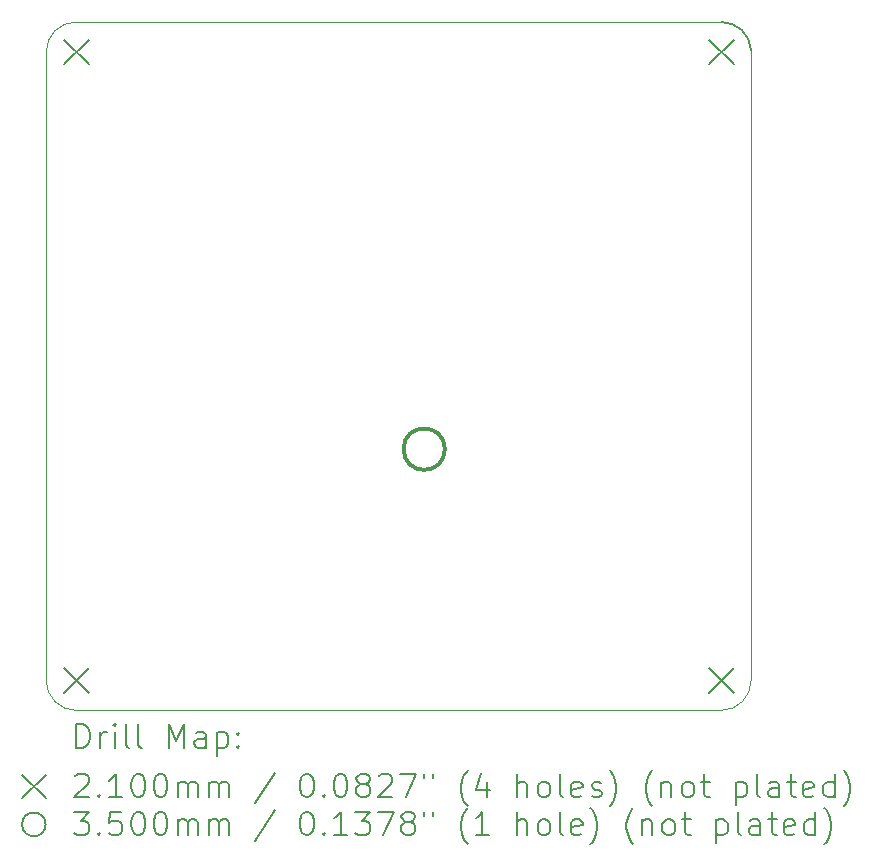
<source format=gbr>
%TF.GenerationSoftware,KiCad,Pcbnew,7.0.5-0*%
%TF.CreationDate,2024-02-27T14:03:08-05:00*%
%TF.ProjectId,LED Controller,4c454420-436f-46e7-9472-6f6c6c65722e,rev?*%
%TF.SameCoordinates,Original*%
%TF.FileFunction,Drillmap*%
%TF.FilePolarity,Positive*%
%FSLAX45Y45*%
G04 Gerber Fmt 4.5, Leading zero omitted, Abs format (unit mm)*
G04 Created by KiCad (PCBNEW 7.0.5-0) date 2024-02-27 14:03:08*
%MOMM*%
%LPD*%
G01*
G04 APERTURE LIST*
%ADD10C,0.200000*%
%ADD11C,0.100000*%
%ADD12C,0.210000*%
%ADD13C,0.350000*%
G04 APERTURE END LIST*
D10*
X18796000Y-5842000D02*
G75*
G03*
X18542000Y-5600383I-254000J-12700D01*
G01*
D11*
X18542000Y-11430000D02*
G75*
G03*
X18796000Y-11176000I0J254000D01*
G01*
X13081000Y-5600700D02*
X18542000Y-5600383D01*
X12827000Y-11176000D02*
X12827000Y-5854700D01*
X12827000Y-11176000D02*
G75*
G03*
X13081000Y-11430000I254000J0D01*
G01*
X18796000Y-5842000D02*
X18796000Y-11176000D01*
X13081000Y-5600700D02*
G75*
G03*
X12827000Y-5854700I0J-254000D01*
G01*
X18542000Y-11430000D02*
X13081000Y-11430000D01*
D10*
D12*
X12976000Y-5749700D02*
X13186000Y-5959700D01*
X13186000Y-5749700D02*
X12976000Y-5959700D01*
X12976000Y-11071000D02*
X13186000Y-11281000D01*
X13186000Y-11071000D02*
X12976000Y-11281000D01*
X18437000Y-5749700D02*
X18647000Y-5959700D01*
X18647000Y-5749700D02*
X18437000Y-5959700D01*
X18437000Y-11071000D02*
X18647000Y-11281000D01*
X18647000Y-11071000D02*
X18437000Y-11281000D01*
D13*
X16202400Y-9217900D02*
G75*
G03*
X16202400Y-9217900I-175000J0D01*
G01*
D10*
X13082777Y-11746484D02*
X13082777Y-11546484D01*
X13082777Y-11546484D02*
X13130396Y-11546484D01*
X13130396Y-11546484D02*
X13158967Y-11556008D01*
X13158967Y-11556008D02*
X13178015Y-11575055D01*
X13178015Y-11575055D02*
X13187539Y-11594103D01*
X13187539Y-11594103D02*
X13197062Y-11632198D01*
X13197062Y-11632198D02*
X13197062Y-11660769D01*
X13197062Y-11660769D02*
X13187539Y-11698865D01*
X13187539Y-11698865D02*
X13178015Y-11717912D01*
X13178015Y-11717912D02*
X13158967Y-11736960D01*
X13158967Y-11736960D02*
X13130396Y-11746484D01*
X13130396Y-11746484D02*
X13082777Y-11746484D01*
X13282777Y-11746484D02*
X13282777Y-11613150D01*
X13282777Y-11651246D02*
X13292301Y-11632198D01*
X13292301Y-11632198D02*
X13301824Y-11622674D01*
X13301824Y-11622674D02*
X13320872Y-11613150D01*
X13320872Y-11613150D02*
X13339920Y-11613150D01*
X13406586Y-11746484D02*
X13406586Y-11613150D01*
X13406586Y-11546484D02*
X13397062Y-11556008D01*
X13397062Y-11556008D02*
X13406586Y-11565531D01*
X13406586Y-11565531D02*
X13416110Y-11556008D01*
X13416110Y-11556008D02*
X13406586Y-11546484D01*
X13406586Y-11546484D02*
X13406586Y-11565531D01*
X13530396Y-11746484D02*
X13511348Y-11736960D01*
X13511348Y-11736960D02*
X13501824Y-11717912D01*
X13501824Y-11717912D02*
X13501824Y-11546484D01*
X13635158Y-11746484D02*
X13616110Y-11736960D01*
X13616110Y-11736960D02*
X13606586Y-11717912D01*
X13606586Y-11717912D02*
X13606586Y-11546484D01*
X13863729Y-11746484D02*
X13863729Y-11546484D01*
X13863729Y-11546484D02*
X13930396Y-11689341D01*
X13930396Y-11689341D02*
X13997062Y-11546484D01*
X13997062Y-11546484D02*
X13997062Y-11746484D01*
X14178015Y-11746484D02*
X14178015Y-11641722D01*
X14178015Y-11641722D02*
X14168491Y-11622674D01*
X14168491Y-11622674D02*
X14149443Y-11613150D01*
X14149443Y-11613150D02*
X14111348Y-11613150D01*
X14111348Y-11613150D02*
X14092301Y-11622674D01*
X14178015Y-11736960D02*
X14158967Y-11746484D01*
X14158967Y-11746484D02*
X14111348Y-11746484D01*
X14111348Y-11746484D02*
X14092301Y-11736960D01*
X14092301Y-11736960D02*
X14082777Y-11717912D01*
X14082777Y-11717912D02*
X14082777Y-11698865D01*
X14082777Y-11698865D02*
X14092301Y-11679817D01*
X14092301Y-11679817D02*
X14111348Y-11670293D01*
X14111348Y-11670293D02*
X14158967Y-11670293D01*
X14158967Y-11670293D02*
X14178015Y-11660769D01*
X14273253Y-11613150D02*
X14273253Y-11813150D01*
X14273253Y-11622674D02*
X14292301Y-11613150D01*
X14292301Y-11613150D02*
X14330396Y-11613150D01*
X14330396Y-11613150D02*
X14349443Y-11622674D01*
X14349443Y-11622674D02*
X14358967Y-11632198D01*
X14358967Y-11632198D02*
X14368491Y-11651246D01*
X14368491Y-11651246D02*
X14368491Y-11708388D01*
X14368491Y-11708388D02*
X14358967Y-11727436D01*
X14358967Y-11727436D02*
X14349443Y-11736960D01*
X14349443Y-11736960D02*
X14330396Y-11746484D01*
X14330396Y-11746484D02*
X14292301Y-11746484D01*
X14292301Y-11746484D02*
X14273253Y-11736960D01*
X14454205Y-11727436D02*
X14463729Y-11736960D01*
X14463729Y-11736960D02*
X14454205Y-11746484D01*
X14454205Y-11746484D02*
X14444682Y-11736960D01*
X14444682Y-11736960D02*
X14454205Y-11727436D01*
X14454205Y-11727436D02*
X14454205Y-11746484D01*
X14454205Y-11622674D02*
X14463729Y-11632198D01*
X14463729Y-11632198D02*
X14454205Y-11641722D01*
X14454205Y-11641722D02*
X14444682Y-11632198D01*
X14444682Y-11632198D02*
X14454205Y-11622674D01*
X14454205Y-11622674D02*
X14454205Y-11641722D01*
X12622000Y-11975000D02*
X12822000Y-12175000D01*
X12822000Y-11975000D02*
X12622000Y-12175000D01*
X13073253Y-11985531D02*
X13082777Y-11976008D01*
X13082777Y-11976008D02*
X13101824Y-11966484D01*
X13101824Y-11966484D02*
X13149443Y-11966484D01*
X13149443Y-11966484D02*
X13168491Y-11976008D01*
X13168491Y-11976008D02*
X13178015Y-11985531D01*
X13178015Y-11985531D02*
X13187539Y-12004579D01*
X13187539Y-12004579D02*
X13187539Y-12023627D01*
X13187539Y-12023627D02*
X13178015Y-12052198D01*
X13178015Y-12052198D02*
X13063729Y-12166484D01*
X13063729Y-12166484D02*
X13187539Y-12166484D01*
X13273253Y-12147436D02*
X13282777Y-12156960D01*
X13282777Y-12156960D02*
X13273253Y-12166484D01*
X13273253Y-12166484D02*
X13263729Y-12156960D01*
X13263729Y-12156960D02*
X13273253Y-12147436D01*
X13273253Y-12147436D02*
X13273253Y-12166484D01*
X13473253Y-12166484D02*
X13358967Y-12166484D01*
X13416110Y-12166484D02*
X13416110Y-11966484D01*
X13416110Y-11966484D02*
X13397062Y-11995055D01*
X13397062Y-11995055D02*
X13378015Y-12014103D01*
X13378015Y-12014103D02*
X13358967Y-12023627D01*
X13597062Y-11966484D02*
X13616110Y-11966484D01*
X13616110Y-11966484D02*
X13635158Y-11976008D01*
X13635158Y-11976008D02*
X13644682Y-11985531D01*
X13644682Y-11985531D02*
X13654205Y-12004579D01*
X13654205Y-12004579D02*
X13663729Y-12042674D01*
X13663729Y-12042674D02*
X13663729Y-12090293D01*
X13663729Y-12090293D02*
X13654205Y-12128388D01*
X13654205Y-12128388D02*
X13644682Y-12147436D01*
X13644682Y-12147436D02*
X13635158Y-12156960D01*
X13635158Y-12156960D02*
X13616110Y-12166484D01*
X13616110Y-12166484D02*
X13597062Y-12166484D01*
X13597062Y-12166484D02*
X13578015Y-12156960D01*
X13578015Y-12156960D02*
X13568491Y-12147436D01*
X13568491Y-12147436D02*
X13558967Y-12128388D01*
X13558967Y-12128388D02*
X13549443Y-12090293D01*
X13549443Y-12090293D02*
X13549443Y-12042674D01*
X13549443Y-12042674D02*
X13558967Y-12004579D01*
X13558967Y-12004579D02*
X13568491Y-11985531D01*
X13568491Y-11985531D02*
X13578015Y-11976008D01*
X13578015Y-11976008D02*
X13597062Y-11966484D01*
X13787539Y-11966484D02*
X13806586Y-11966484D01*
X13806586Y-11966484D02*
X13825634Y-11976008D01*
X13825634Y-11976008D02*
X13835158Y-11985531D01*
X13835158Y-11985531D02*
X13844682Y-12004579D01*
X13844682Y-12004579D02*
X13854205Y-12042674D01*
X13854205Y-12042674D02*
X13854205Y-12090293D01*
X13854205Y-12090293D02*
X13844682Y-12128388D01*
X13844682Y-12128388D02*
X13835158Y-12147436D01*
X13835158Y-12147436D02*
X13825634Y-12156960D01*
X13825634Y-12156960D02*
X13806586Y-12166484D01*
X13806586Y-12166484D02*
X13787539Y-12166484D01*
X13787539Y-12166484D02*
X13768491Y-12156960D01*
X13768491Y-12156960D02*
X13758967Y-12147436D01*
X13758967Y-12147436D02*
X13749443Y-12128388D01*
X13749443Y-12128388D02*
X13739920Y-12090293D01*
X13739920Y-12090293D02*
X13739920Y-12042674D01*
X13739920Y-12042674D02*
X13749443Y-12004579D01*
X13749443Y-12004579D02*
X13758967Y-11985531D01*
X13758967Y-11985531D02*
X13768491Y-11976008D01*
X13768491Y-11976008D02*
X13787539Y-11966484D01*
X13939920Y-12166484D02*
X13939920Y-12033150D01*
X13939920Y-12052198D02*
X13949443Y-12042674D01*
X13949443Y-12042674D02*
X13968491Y-12033150D01*
X13968491Y-12033150D02*
X13997063Y-12033150D01*
X13997063Y-12033150D02*
X14016110Y-12042674D01*
X14016110Y-12042674D02*
X14025634Y-12061722D01*
X14025634Y-12061722D02*
X14025634Y-12166484D01*
X14025634Y-12061722D02*
X14035158Y-12042674D01*
X14035158Y-12042674D02*
X14054205Y-12033150D01*
X14054205Y-12033150D02*
X14082777Y-12033150D01*
X14082777Y-12033150D02*
X14101824Y-12042674D01*
X14101824Y-12042674D02*
X14111348Y-12061722D01*
X14111348Y-12061722D02*
X14111348Y-12166484D01*
X14206586Y-12166484D02*
X14206586Y-12033150D01*
X14206586Y-12052198D02*
X14216110Y-12042674D01*
X14216110Y-12042674D02*
X14235158Y-12033150D01*
X14235158Y-12033150D02*
X14263729Y-12033150D01*
X14263729Y-12033150D02*
X14282777Y-12042674D01*
X14282777Y-12042674D02*
X14292301Y-12061722D01*
X14292301Y-12061722D02*
X14292301Y-12166484D01*
X14292301Y-12061722D02*
X14301824Y-12042674D01*
X14301824Y-12042674D02*
X14320872Y-12033150D01*
X14320872Y-12033150D02*
X14349443Y-12033150D01*
X14349443Y-12033150D02*
X14368491Y-12042674D01*
X14368491Y-12042674D02*
X14378015Y-12061722D01*
X14378015Y-12061722D02*
X14378015Y-12166484D01*
X14768491Y-11956960D02*
X14597063Y-12214103D01*
X15025634Y-11966484D02*
X15044682Y-11966484D01*
X15044682Y-11966484D02*
X15063729Y-11976008D01*
X15063729Y-11976008D02*
X15073253Y-11985531D01*
X15073253Y-11985531D02*
X15082777Y-12004579D01*
X15082777Y-12004579D02*
X15092301Y-12042674D01*
X15092301Y-12042674D02*
X15092301Y-12090293D01*
X15092301Y-12090293D02*
X15082777Y-12128388D01*
X15082777Y-12128388D02*
X15073253Y-12147436D01*
X15073253Y-12147436D02*
X15063729Y-12156960D01*
X15063729Y-12156960D02*
X15044682Y-12166484D01*
X15044682Y-12166484D02*
X15025634Y-12166484D01*
X15025634Y-12166484D02*
X15006586Y-12156960D01*
X15006586Y-12156960D02*
X14997063Y-12147436D01*
X14997063Y-12147436D02*
X14987539Y-12128388D01*
X14987539Y-12128388D02*
X14978015Y-12090293D01*
X14978015Y-12090293D02*
X14978015Y-12042674D01*
X14978015Y-12042674D02*
X14987539Y-12004579D01*
X14987539Y-12004579D02*
X14997063Y-11985531D01*
X14997063Y-11985531D02*
X15006586Y-11976008D01*
X15006586Y-11976008D02*
X15025634Y-11966484D01*
X15178015Y-12147436D02*
X15187539Y-12156960D01*
X15187539Y-12156960D02*
X15178015Y-12166484D01*
X15178015Y-12166484D02*
X15168491Y-12156960D01*
X15168491Y-12156960D02*
X15178015Y-12147436D01*
X15178015Y-12147436D02*
X15178015Y-12166484D01*
X15311348Y-11966484D02*
X15330396Y-11966484D01*
X15330396Y-11966484D02*
X15349444Y-11976008D01*
X15349444Y-11976008D02*
X15358967Y-11985531D01*
X15358967Y-11985531D02*
X15368491Y-12004579D01*
X15368491Y-12004579D02*
X15378015Y-12042674D01*
X15378015Y-12042674D02*
X15378015Y-12090293D01*
X15378015Y-12090293D02*
X15368491Y-12128388D01*
X15368491Y-12128388D02*
X15358967Y-12147436D01*
X15358967Y-12147436D02*
X15349444Y-12156960D01*
X15349444Y-12156960D02*
X15330396Y-12166484D01*
X15330396Y-12166484D02*
X15311348Y-12166484D01*
X15311348Y-12166484D02*
X15292301Y-12156960D01*
X15292301Y-12156960D02*
X15282777Y-12147436D01*
X15282777Y-12147436D02*
X15273253Y-12128388D01*
X15273253Y-12128388D02*
X15263729Y-12090293D01*
X15263729Y-12090293D02*
X15263729Y-12042674D01*
X15263729Y-12042674D02*
X15273253Y-12004579D01*
X15273253Y-12004579D02*
X15282777Y-11985531D01*
X15282777Y-11985531D02*
X15292301Y-11976008D01*
X15292301Y-11976008D02*
X15311348Y-11966484D01*
X15492301Y-12052198D02*
X15473253Y-12042674D01*
X15473253Y-12042674D02*
X15463729Y-12033150D01*
X15463729Y-12033150D02*
X15454206Y-12014103D01*
X15454206Y-12014103D02*
X15454206Y-12004579D01*
X15454206Y-12004579D02*
X15463729Y-11985531D01*
X15463729Y-11985531D02*
X15473253Y-11976008D01*
X15473253Y-11976008D02*
X15492301Y-11966484D01*
X15492301Y-11966484D02*
X15530396Y-11966484D01*
X15530396Y-11966484D02*
X15549444Y-11976008D01*
X15549444Y-11976008D02*
X15558967Y-11985531D01*
X15558967Y-11985531D02*
X15568491Y-12004579D01*
X15568491Y-12004579D02*
X15568491Y-12014103D01*
X15568491Y-12014103D02*
X15558967Y-12033150D01*
X15558967Y-12033150D02*
X15549444Y-12042674D01*
X15549444Y-12042674D02*
X15530396Y-12052198D01*
X15530396Y-12052198D02*
X15492301Y-12052198D01*
X15492301Y-12052198D02*
X15473253Y-12061722D01*
X15473253Y-12061722D02*
X15463729Y-12071246D01*
X15463729Y-12071246D02*
X15454206Y-12090293D01*
X15454206Y-12090293D02*
X15454206Y-12128388D01*
X15454206Y-12128388D02*
X15463729Y-12147436D01*
X15463729Y-12147436D02*
X15473253Y-12156960D01*
X15473253Y-12156960D02*
X15492301Y-12166484D01*
X15492301Y-12166484D02*
X15530396Y-12166484D01*
X15530396Y-12166484D02*
X15549444Y-12156960D01*
X15549444Y-12156960D02*
X15558967Y-12147436D01*
X15558967Y-12147436D02*
X15568491Y-12128388D01*
X15568491Y-12128388D02*
X15568491Y-12090293D01*
X15568491Y-12090293D02*
X15558967Y-12071246D01*
X15558967Y-12071246D02*
X15549444Y-12061722D01*
X15549444Y-12061722D02*
X15530396Y-12052198D01*
X15644682Y-11985531D02*
X15654206Y-11976008D01*
X15654206Y-11976008D02*
X15673253Y-11966484D01*
X15673253Y-11966484D02*
X15720872Y-11966484D01*
X15720872Y-11966484D02*
X15739920Y-11976008D01*
X15739920Y-11976008D02*
X15749444Y-11985531D01*
X15749444Y-11985531D02*
X15758967Y-12004579D01*
X15758967Y-12004579D02*
X15758967Y-12023627D01*
X15758967Y-12023627D02*
X15749444Y-12052198D01*
X15749444Y-12052198D02*
X15635158Y-12166484D01*
X15635158Y-12166484D02*
X15758967Y-12166484D01*
X15825634Y-11966484D02*
X15958967Y-11966484D01*
X15958967Y-11966484D02*
X15873253Y-12166484D01*
X16025634Y-11966484D02*
X16025634Y-12004579D01*
X16101825Y-11966484D02*
X16101825Y-12004579D01*
X16397063Y-12242674D02*
X16387539Y-12233150D01*
X16387539Y-12233150D02*
X16368491Y-12204579D01*
X16368491Y-12204579D02*
X16358968Y-12185531D01*
X16358968Y-12185531D02*
X16349444Y-12156960D01*
X16349444Y-12156960D02*
X16339920Y-12109341D01*
X16339920Y-12109341D02*
X16339920Y-12071246D01*
X16339920Y-12071246D02*
X16349444Y-12023627D01*
X16349444Y-12023627D02*
X16358968Y-11995055D01*
X16358968Y-11995055D02*
X16368491Y-11976008D01*
X16368491Y-11976008D02*
X16387539Y-11947436D01*
X16387539Y-11947436D02*
X16397063Y-11937912D01*
X16558968Y-12033150D02*
X16558968Y-12166484D01*
X16511348Y-11956960D02*
X16463729Y-12099817D01*
X16463729Y-12099817D02*
X16587539Y-12099817D01*
X16816111Y-12166484D02*
X16816111Y-11966484D01*
X16901825Y-12166484D02*
X16901825Y-12061722D01*
X16901825Y-12061722D02*
X16892301Y-12042674D01*
X16892301Y-12042674D02*
X16873253Y-12033150D01*
X16873253Y-12033150D02*
X16844682Y-12033150D01*
X16844682Y-12033150D02*
X16825634Y-12042674D01*
X16825634Y-12042674D02*
X16816111Y-12052198D01*
X17025634Y-12166484D02*
X17006587Y-12156960D01*
X17006587Y-12156960D02*
X16997063Y-12147436D01*
X16997063Y-12147436D02*
X16987539Y-12128388D01*
X16987539Y-12128388D02*
X16987539Y-12071246D01*
X16987539Y-12071246D02*
X16997063Y-12052198D01*
X16997063Y-12052198D02*
X17006587Y-12042674D01*
X17006587Y-12042674D02*
X17025634Y-12033150D01*
X17025634Y-12033150D02*
X17054206Y-12033150D01*
X17054206Y-12033150D02*
X17073253Y-12042674D01*
X17073253Y-12042674D02*
X17082777Y-12052198D01*
X17082777Y-12052198D02*
X17092301Y-12071246D01*
X17092301Y-12071246D02*
X17092301Y-12128388D01*
X17092301Y-12128388D02*
X17082777Y-12147436D01*
X17082777Y-12147436D02*
X17073253Y-12156960D01*
X17073253Y-12156960D02*
X17054206Y-12166484D01*
X17054206Y-12166484D02*
X17025634Y-12166484D01*
X17206587Y-12166484D02*
X17187539Y-12156960D01*
X17187539Y-12156960D02*
X17178015Y-12137912D01*
X17178015Y-12137912D02*
X17178015Y-11966484D01*
X17358968Y-12156960D02*
X17339920Y-12166484D01*
X17339920Y-12166484D02*
X17301825Y-12166484D01*
X17301825Y-12166484D02*
X17282777Y-12156960D01*
X17282777Y-12156960D02*
X17273253Y-12137912D01*
X17273253Y-12137912D02*
X17273253Y-12061722D01*
X17273253Y-12061722D02*
X17282777Y-12042674D01*
X17282777Y-12042674D02*
X17301825Y-12033150D01*
X17301825Y-12033150D02*
X17339920Y-12033150D01*
X17339920Y-12033150D02*
X17358968Y-12042674D01*
X17358968Y-12042674D02*
X17368492Y-12061722D01*
X17368492Y-12061722D02*
X17368492Y-12080769D01*
X17368492Y-12080769D02*
X17273253Y-12099817D01*
X17444682Y-12156960D02*
X17463730Y-12166484D01*
X17463730Y-12166484D02*
X17501825Y-12166484D01*
X17501825Y-12166484D02*
X17520873Y-12156960D01*
X17520873Y-12156960D02*
X17530396Y-12137912D01*
X17530396Y-12137912D02*
X17530396Y-12128388D01*
X17530396Y-12128388D02*
X17520873Y-12109341D01*
X17520873Y-12109341D02*
X17501825Y-12099817D01*
X17501825Y-12099817D02*
X17473253Y-12099817D01*
X17473253Y-12099817D02*
X17454206Y-12090293D01*
X17454206Y-12090293D02*
X17444682Y-12071246D01*
X17444682Y-12071246D02*
X17444682Y-12061722D01*
X17444682Y-12061722D02*
X17454206Y-12042674D01*
X17454206Y-12042674D02*
X17473253Y-12033150D01*
X17473253Y-12033150D02*
X17501825Y-12033150D01*
X17501825Y-12033150D02*
X17520873Y-12042674D01*
X17597063Y-12242674D02*
X17606587Y-12233150D01*
X17606587Y-12233150D02*
X17625634Y-12204579D01*
X17625634Y-12204579D02*
X17635158Y-12185531D01*
X17635158Y-12185531D02*
X17644682Y-12156960D01*
X17644682Y-12156960D02*
X17654206Y-12109341D01*
X17654206Y-12109341D02*
X17654206Y-12071246D01*
X17654206Y-12071246D02*
X17644682Y-12023627D01*
X17644682Y-12023627D02*
X17635158Y-11995055D01*
X17635158Y-11995055D02*
X17625634Y-11976008D01*
X17625634Y-11976008D02*
X17606587Y-11947436D01*
X17606587Y-11947436D02*
X17597063Y-11937912D01*
X17958968Y-12242674D02*
X17949444Y-12233150D01*
X17949444Y-12233150D02*
X17930396Y-12204579D01*
X17930396Y-12204579D02*
X17920873Y-12185531D01*
X17920873Y-12185531D02*
X17911349Y-12156960D01*
X17911349Y-12156960D02*
X17901825Y-12109341D01*
X17901825Y-12109341D02*
X17901825Y-12071246D01*
X17901825Y-12071246D02*
X17911349Y-12023627D01*
X17911349Y-12023627D02*
X17920873Y-11995055D01*
X17920873Y-11995055D02*
X17930396Y-11976008D01*
X17930396Y-11976008D02*
X17949444Y-11947436D01*
X17949444Y-11947436D02*
X17958968Y-11937912D01*
X18035158Y-12033150D02*
X18035158Y-12166484D01*
X18035158Y-12052198D02*
X18044682Y-12042674D01*
X18044682Y-12042674D02*
X18063730Y-12033150D01*
X18063730Y-12033150D02*
X18092301Y-12033150D01*
X18092301Y-12033150D02*
X18111349Y-12042674D01*
X18111349Y-12042674D02*
X18120873Y-12061722D01*
X18120873Y-12061722D02*
X18120873Y-12166484D01*
X18244682Y-12166484D02*
X18225634Y-12156960D01*
X18225634Y-12156960D02*
X18216111Y-12147436D01*
X18216111Y-12147436D02*
X18206587Y-12128388D01*
X18206587Y-12128388D02*
X18206587Y-12071246D01*
X18206587Y-12071246D02*
X18216111Y-12052198D01*
X18216111Y-12052198D02*
X18225634Y-12042674D01*
X18225634Y-12042674D02*
X18244682Y-12033150D01*
X18244682Y-12033150D02*
X18273254Y-12033150D01*
X18273254Y-12033150D02*
X18292301Y-12042674D01*
X18292301Y-12042674D02*
X18301825Y-12052198D01*
X18301825Y-12052198D02*
X18311349Y-12071246D01*
X18311349Y-12071246D02*
X18311349Y-12128388D01*
X18311349Y-12128388D02*
X18301825Y-12147436D01*
X18301825Y-12147436D02*
X18292301Y-12156960D01*
X18292301Y-12156960D02*
X18273254Y-12166484D01*
X18273254Y-12166484D02*
X18244682Y-12166484D01*
X18368492Y-12033150D02*
X18444682Y-12033150D01*
X18397063Y-11966484D02*
X18397063Y-12137912D01*
X18397063Y-12137912D02*
X18406587Y-12156960D01*
X18406587Y-12156960D02*
X18425634Y-12166484D01*
X18425634Y-12166484D02*
X18444682Y-12166484D01*
X18663730Y-12033150D02*
X18663730Y-12233150D01*
X18663730Y-12042674D02*
X18682777Y-12033150D01*
X18682777Y-12033150D02*
X18720873Y-12033150D01*
X18720873Y-12033150D02*
X18739920Y-12042674D01*
X18739920Y-12042674D02*
X18749444Y-12052198D01*
X18749444Y-12052198D02*
X18758968Y-12071246D01*
X18758968Y-12071246D02*
X18758968Y-12128388D01*
X18758968Y-12128388D02*
X18749444Y-12147436D01*
X18749444Y-12147436D02*
X18739920Y-12156960D01*
X18739920Y-12156960D02*
X18720873Y-12166484D01*
X18720873Y-12166484D02*
X18682777Y-12166484D01*
X18682777Y-12166484D02*
X18663730Y-12156960D01*
X18873254Y-12166484D02*
X18854206Y-12156960D01*
X18854206Y-12156960D02*
X18844682Y-12137912D01*
X18844682Y-12137912D02*
X18844682Y-11966484D01*
X19035158Y-12166484D02*
X19035158Y-12061722D01*
X19035158Y-12061722D02*
X19025635Y-12042674D01*
X19025635Y-12042674D02*
X19006587Y-12033150D01*
X19006587Y-12033150D02*
X18968492Y-12033150D01*
X18968492Y-12033150D02*
X18949444Y-12042674D01*
X19035158Y-12156960D02*
X19016111Y-12166484D01*
X19016111Y-12166484D02*
X18968492Y-12166484D01*
X18968492Y-12166484D02*
X18949444Y-12156960D01*
X18949444Y-12156960D02*
X18939920Y-12137912D01*
X18939920Y-12137912D02*
X18939920Y-12118865D01*
X18939920Y-12118865D02*
X18949444Y-12099817D01*
X18949444Y-12099817D02*
X18968492Y-12090293D01*
X18968492Y-12090293D02*
X19016111Y-12090293D01*
X19016111Y-12090293D02*
X19035158Y-12080769D01*
X19101825Y-12033150D02*
X19178015Y-12033150D01*
X19130396Y-11966484D02*
X19130396Y-12137912D01*
X19130396Y-12137912D02*
X19139920Y-12156960D01*
X19139920Y-12156960D02*
X19158968Y-12166484D01*
X19158968Y-12166484D02*
X19178015Y-12166484D01*
X19320873Y-12156960D02*
X19301825Y-12166484D01*
X19301825Y-12166484D02*
X19263730Y-12166484D01*
X19263730Y-12166484D02*
X19244682Y-12156960D01*
X19244682Y-12156960D02*
X19235158Y-12137912D01*
X19235158Y-12137912D02*
X19235158Y-12061722D01*
X19235158Y-12061722D02*
X19244682Y-12042674D01*
X19244682Y-12042674D02*
X19263730Y-12033150D01*
X19263730Y-12033150D02*
X19301825Y-12033150D01*
X19301825Y-12033150D02*
X19320873Y-12042674D01*
X19320873Y-12042674D02*
X19330396Y-12061722D01*
X19330396Y-12061722D02*
X19330396Y-12080769D01*
X19330396Y-12080769D02*
X19235158Y-12099817D01*
X19501825Y-12166484D02*
X19501825Y-11966484D01*
X19501825Y-12156960D02*
X19482777Y-12166484D01*
X19482777Y-12166484D02*
X19444682Y-12166484D01*
X19444682Y-12166484D02*
X19425635Y-12156960D01*
X19425635Y-12156960D02*
X19416111Y-12147436D01*
X19416111Y-12147436D02*
X19406587Y-12128388D01*
X19406587Y-12128388D02*
X19406587Y-12071246D01*
X19406587Y-12071246D02*
X19416111Y-12052198D01*
X19416111Y-12052198D02*
X19425635Y-12042674D01*
X19425635Y-12042674D02*
X19444682Y-12033150D01*
X19444682Y-12033150D02*
X19482777Y-12033150D01*
X19482777Y-12033150D02*
X19501825Y-12042674D01*
X19578016Y-12242674D02*
X19587539Y-12233150D01*
X19587539Y-12233150D02*
X19606587Y-12204579D01*
X19606587Y-12204579D02*
X19616111Y-12185531D01*
X19616111Y-12185531D02*
X19625635Y-12156960D01*
X19625635Y-12156960D02*
X19635158Y-12109341D01*
X19635158Y-12109341D02*
X19635158Y-12071246D01*
X19635158Y-12071246D02*
X19625635Y-12023627D01*
X19625635Y-12023627D02*
X19616111Y-11995055D01*
X19616111Y-11995055D02*
X19606587Y-11976008D01*
X19606587Y-11976008D02*
X19587539Y-11947436D01*
X19587539Y-11947436D02*
X19578016Y-11937912D01*
X12822000Y-12395000D02*
G75*
G03*
X12822000Y-12395000I-100000J0D01*
G01*
X13063729Y-12286484D02*
X13187539Y-12286484D01*
X13187539Y-12286484D02*
X13120872Y-12362674D01*
X13120872Y-12362674D02*
X13149443Y-12362674D01*
X13149443Y-12362674D02*
X13168491Y-12372198D01*
X13168491Y-12372198D02*
X13178015Y-12381722D01*
X13178015Y-12381722D02*
X13187539Y-12400769D01*
X13187539Y-12400769D02*
X13187539Y-12448388D01*
X13187539Y-12448388D02*
X13178015Y-12467436D01*
X13178015Y-12467436D02*
X13168491Y-12476960D01*
X13168491Y-12476960D02*
X13149443Y-12486484D01*
X13149443Y-12486484D02*
X13092301Y-12486484D01*
X13092301Y-12486484D02*
X13073253Y-12476960D01*
X13073253Y-12476960D02*
X13063729Y-12467436D01*
X13273253Y-12467436D02*
X13282777Y-12476960D01*
X13282777Y-12476960D02*
X13273253Y-12486484D01*
X13273253Y-12486484D02*
X13263729Y-12476960D01*
X13263729Y-12476960D02*
X13273253Y-12467436D01*
X13273253Y-12467436D02*
X13273253Y-12486484D01*
X13463729Y-12286484D02*
X13368491Y-12286484D01*
X13368491Y-12286484D02*
X13358967Y-12381722D01*
X13358967Y-12381722D02*
X13368491Y-12372198D01*
X13368491Y-12372198D02*
X13387539Y-12362674D01*
X13387539Y-12362674D02*
X13435158Y-12362674D01*
X13435158Y-12362674D02*
X13454205Y-12372198D01*
X13454205Y-12372198D02*
X13463729Y-12381722D01*
X13463729Y-12381722D02*
X13473253Y-12400769D01*
X13473253Y-12400769D02*
X13473253Y-12448388D01*
X13473253Y-12448388D02*
X13463729Y-12467436D01*
X13463729Y-12467436D02*
X13454205Y-12476960D01*
X13454205Y-12476960D02*
X13435158Y-12486484D01*
X13435158Y-12486484D02*
X13387539Y-12486484D01*
X13387539Y-12486484D02*
X13368491Y-12476960D01*
X13368491Y-12476960D02*
X13358967Y-12467436D01*
X13597062Y-12286484D02*
X13616110Y-12286484D01*
X13616110Y-12286484D02*
X13635158Y-12296008D01*
X13635158Y-12296008D02*
X13644682Y-12305531D01*
X13644682Y-12305531D02*
X13654205Y-12324579D01*
X13654205Y-12324579D02*
X13663729Y-12362674D01*
X13663729Y-12362674D02*
X13663729Y-12410293D01*
X13663729Y-12410293D02*
X13654205Y-12448388D01*
X13654205Y-12448388D02*
X13644682Y-12467436D01*
X13644682Y-12467436D02*
X13635158Y-12476960D01*
X13635158Y-12476960D02*
X13616110Y-12486484D01*
X13616110Y-12486484D02*
X13597062Y-12486484D01*
X13597062Y-12486484D02*
X13578015Y-12476960D01*
X13578015Y-12476960D02*
X13568491Y-12467436D01*
X13568491Y-12467436D02*
X13558967Y-12448388D01*
X13558967Y-12448388D02*
X13549443Y-12410293D01*
X13549443Y-12410293D02*
X13549443Y-12362674D01*
X13549443Y-12362674D02*
X13558967Y-12324579D01*
X13558967Y-12324579D02*
X13568491Y-12305531D01*
X13568491Y-12305531D02*
X13578015Y-12296008D01*
X13578015Y-12296008D02*
X13597062Y-12286484D01*
X13787539Y-12286484D02*
X13806586Y-12286484D01*
X13806586Y-12286484D02*
X13825634Y-12296008D01*
X13825634Y-12296008D02*
X13835158Y-12305531D01*
X13835158Y-12305531D02*
X13844682Y-12324579D01*
X13844682Y-12324579D02*
X13854205Y-12362674D01*
X13854205Y-12362674D02*
X13854205Y-12410293D01*
X13854205Y-12410293D02*
X13844682Y-12448388D01*
X13844682Y-12448388D02*
X13835158Y-12467436D01*
X13835158Y-12467436D02*
X13825634Y-12476960D01*
X13825634Y-12476960D02*
X13806586Y-12486484D01*
X13806586Y-12486484D02*
X13787539Y-12486484D01*
X13787539Y-12486484D02*
X13768491Y-12476960D01*
X13768491Y-12476960D02*
X13758967Y-12467436D01*
X13758967Y-12467436D02*
X13749443Y-12448388D01*
X13749443Y-12448388D02*
X13739920Y-12410293D01*
X13739920Y-12410293D02*
X13739920Y-12362674D01*
X13739920Y-12362674D02*
X13749443Y-12324579D01*
X13749443Y-12324579D02*
X13758967Y-12305531D01*
X13758967Y-12305531D02*
X13768491Y-12296008D01*
X13768491Y-12296008D02*
X13787539Y-12286484D01*
X13939920Y-12486484D02*
X13939920Y-12353150D01*
X13939920Y-12372198D02*
X13949443Y-12362674D01*
X13949443Y-12362674D02*
X13968491Y-12353150D01*
X13968491Y-12353150D02*
X13997063Y-12353150D01*
X13997063Y-12353150D02*
X14016110Y-12362674D01*
X14016110Y-12362674D02*
X14025634Y-12381722D01*
X14025634Y-12381722D02*
X14025634Y-12486484D01*
X14025634Y-12381722D02*
X14035158Y-12362674D01*
X14035158Y-12362674D02*
X14054205Y-12353150D01*
X14054205Y-12353150D02*
X14082777Y-12353150D01*
X14082777Y-12353150D02*
X14101824Y-12362674D01*
X14101824Y-12362674D02*
X14111348Y-12381722D01*
X14111348Y-12381722D02*
X14111348Y-12486484D01*
X14206586Y-12486484D02*
X14206586Y-12353150D01*
X14206586Y-12372198D02*
X14216110Y-12362674D01*
X14216110Y-12362674D02*
X14235158Y-12353150D01*
X14235158Y-12353150D02*
X14263729Y-12353150D01*
X14263729Y-12353150D02*
X14282777Y-12362674D01*
X14282777Y-12362674D02*
X14292301Y-12381722D01*
X14292301Y-12381722D02*
X14292301Y-12486484D01*
X14292301Y-12381722D02*
X14301824Y-12362674D01*
X14301824Y-12362674D02*
X14320872Y-12353150D01*
X14320872Y-12353150D02*
X14349443Y-12353150D01*
X14349443Y-12353150D02*
X14368491Y-12362674D01*
X14368491Y-12362674D02*
X14378015Y-12381722D01*
X14378015Y-12381722D02*
X14378015Y-12486484D01*
X14768491Y-12276960D02*
X14597063Y-12534103D01*
X15025634Y-12286484D02*
X15044682Y-12286484D01*
X15044682Y-12286484D02*
X15063729Y-12296008D01*
X15063729Y-12296008D02*
X15073253Y-12305531D01*
X15073253Y-12305531D02*
X15082777Y-12324579D01*
X15082777Y-12324579D02*
X15092301Y-12362674D01*
X15092301Y-12362674D02*
X15092301Y-12410293D01*
X15092301Y-12410293D02*
X15082777Y-12448388D01*
X15082777Y-12448388D02*
X15073253Y-12467436D01*
X15073253Y-12467436D02*
X15063729Y-12476960D01*
X15063729Y-12476960D02*
X15044682Y-12486484D01*
X15044682Y-12486484D02*
X15025634Y-12486484D01*
X15025634Y-12486484D02*
X15006586Y-12476960D01*
X15006586Y-12476960D02*
X14997063Y-12467436D01*
X14997063Y-12467436D02*
X14987539Y-12448388D01*
X14987539Y-12448388D02*
X14978015Y-12410293D01*
X14978015Y-12410293D02*
X14978015Y-12362674D01*
X14978015Y-12362674D02*
X14987539Y-12324579D01*
X14987539Y-12324579D02*
X14997063Y-12305531D01*
X14997063Y-12305531D02*
X15006586Y-12296008D01*
X15006586Y-12296008D02*
X15025634Y-12286484D01*
X15178015Y-12467436D02*
X15187539Y-12476960D01*
X15187539Y-12476960D02*
X15178015Y-12486484D01*
X15178015Y-12486484D02*
X15168491Y-12476960D01*
X15168491Y-12476960D02*
X15178015Y-12467436D01*
X15178015Y-12467436D02*
X15178015Y-12486484D01*
X15378015Y-12486484D02*
X15263729Y-12486484D01*
X15320872Y-12486484D02*
X15320872Y-12286484D01*
X15320872Y-12286484D02*
X15301825Y-12315055D01*
X15301825Y-12315055D02*
X15282777Y-12334103D01*
X15282777Y-12334103D02*
X15263729Y-12343627D01*
X15444682Y-12286484D02*
X15568491Y-12286484D01*
X15568491Y-12286484D02*
X15501825Y-12362674D01*
X15501825Y-12362674D02*
X15530396Y-12362674D01*
X15530396Y-12362674D02*
X15549444Y-12372198D01*
X15549444Y-12372198D02*
X15558967Y-12381722D01*
X15558967Y-12381722D02*
X15568491Y-12400769D01*
X15568491Y-12400769D02*
X15568491Y-12448388D01*
X15568491Y-12448388D02*
X15558967Y-12467436D01*
X15558967Y-12467436D02*
X15549444Y-12476960D01*
X15549444Y-12476960D02*
X15530396Y-12486484D01*
X15530396Y-12486484D02*
X15473253Y-12486484D01*
X15473253Y-12486484D02*
X15454206Y-12476960D01*
X15454206Y-12476960D02*
X15444682Y-12467436D01*
X15635158Y-12286484D02*
X15768491Y-12286484D01*
X15768491Y-12286484D02*
X15682777Y-12486484D01*
X15873253Y-12372198D02*
X15854206Y-12362674D01*
X15854206Y-12362674D02*
X15844682Y-12353150D01*
X15844682Y-12353150D02*
X15835158Y-12334103D01*
X15835158Y-12334103D02*
X15835158Y-12324579D01*
X15835158Y-12324579D02*
X15844682Y-12305531D01*
X15844682Y-12305531D02*
X15854206Y-12296008D01*
X15854206Y-12296008D02*
X15873253Y-12286484D01*
X15873253Y-12286484D02*
X15911348Y-12286484D01*
X15911348Y-12286484D02*
X15930396Y-12296008D01*
X15930396Y-12296008D02*
X15939920Y-12305531D01*
X15939920Y-12305531D02*
X15949444Y-12324579D01*
X15949444Y-12324579D02*
X15949444Y-12334103D01*
X15949444Y-12334103D02*
X15939920Y-12353150D01*
X15939920Y-12353150D02*
X15930396Y-12362674D01*
X15930396Y-12362674D02*
X15911348Y-12372198D01*
X15911348Y-12372198D02*
X15873253Y-12372198D01*
X15873253Y-12372198D02*
X15854206Y-12381722D01*
X15854206Y-12381722D02*
X15844682Y-12391246D01*
X15844682Y-12391246D02*
X15835158Y-12410293D01*
X15835158Y-12410293D02*
X15835158Y-12448388D01*
X15835158Y-12448388D02*
X15844682Y-12467436D01*
X15844682Y-12467436D02*
X15854206Y-12476960D01*
X15854206Y-12476960D02*
X15873253Y-12486484D01*
X15873253Y-12486484D02*
X15911348Y-12486484D01*
X15911348Y-12486484D02*
X15930396Y-12476960D01*
X15930396Y-12476960D02*
X15939920Y-12467436D01*
X15939920Y-12467436D02*
X15949444Y-12448388D01*
X15949444Y-12448388D02*
X15949444Y-12410293D01*
X15949444Y-12410293D02*
X15939920Y-12391246D01*
X15939920Y-12391246D02*
X15930396Y-12381722D01*
X15930396Y-12381722D02*
X15911348Y-12372198D01*
X16025634Y-12286484D02*
X16025634Y-12324579D01*
X16101825Y-12286484D02*
X16101825Y-12324579D01*
X16397063Y-12562674D02*
X16387539Y-12553150D01*
X16387539Y-12553150D02*
X16368491Y-12524579D01*
X16368491Y-12524579D02*
X16358968Y-12505531D01*
X16358968Y-12505531D02*
X16349444Y-12476960D01*
X16349444Y-12476960D02*
X16339920Y-12429341D01*
X16339920Y-12429341D02*
X16339920Y-12391246D01*
X16339920Y-12391246D02*
X16349444Y-12343627D01*
X16349444Y-12343627D02*
X16358968Y-12315055D01*
X16358968Y-12315055D02*
X16368491Y-12296008D01*
X16368491Y-12296008D02*
X16387539Y-12267436D01*
X16387539Y-12267436D02*
X16397063Y-12257912D01*
X16578015Y-12486484D02*
X16463729Y-12486484D01*
X16520872Y-12486484D02*
X16520872Y-12286484D01*
X16520872Y-12286484D02*
X16501825Y-12315055D01*
X16501825Y-12315055D02*
X16482777Y-12334103D01*
X16482777Y-12334103D02*
X16463729Y-12343627D01*
X16816111Y-12486484D02*
X16816111Y-12286484D01*
X16901825Y-12486484D02*
X16901825Y-12381722D01*
X16901825Y-12381722D02*
X16892301Y-12362674D01*
X16892301Y-12362674D02*
X16873253Y-12353150D01*
X16873253Y-12353150D02*
X16844682Y-12353150D01*
X16844682Y-12353150D02*
X16825634Y-12362674D01*
X16825634Y-12362674D02*
X16816111Y-12372198D01*
X17025634Y-12486484D02*
X17006587Y-12476960D01*
X17006587Y-12476960D02*
X16997063Y-12467436D01*
X16997063Y-12467436D02*
X16987539Y-12448388D01*
X16987539Y-12448388D02*
X16987539Y-12391246D01*
X16987539Y-12391246D02*
X16997063Y-12372198D01*
X16997063Y-12372198D02*
X17006587Y-12362674D01*
X17006587Y-12362674D02*
X17025634Y-12353150D01*
X17025634Y-12353150D02*
X17054206Y-12353150D01*
X17054206Y-12353150D02*
X17073253Y-12362674D01*
X17073253Y-12362674D02*
X17082777Y-12372198D01*
X17082777Y-12372198D02*
X17092301Y-12391246D01*
X17092301Y-12391246D02*
X17092301Y-12448388D01*
X17092301Y-12448388D02*
X17082777Y-12467436D01*
X17082777Y-12467436D02*
X17073253Y-12476960D01*
X17073253Y-12476960D02*
X17054206Y-12486484D01*
X17054206Y-12486484D02*
X17025634Y-12486484D01*
X17206587Y-12486484D02*
X17187539Y-12476960D01*
X17187539Y-12476960D02*
X17178015Y-12457912D01*
X17178015Y-12457912D02*
X17178015Y-12286484D01*
X17358968Y-12476960D02*
X17339920Y-12486484D01*
X17339920Y-12486484D02*
X17301825Y-12486484D01*
X17301825Y-12486484D02*
X17282777Y-12476960D01*
X17282777Y-12476960D02*
X17273253Y-12457912D01*
X17273253Y-12457912D02*
X17273253Y-12381722D01*
X17273253Y-12381722D02*
X17282777Y-12362674D01*
X17282777Y-12362674D02*
X17301825Y-12353150D01*
X17301825Y-12353150D02*
X17339920Y-12353150D01*
X17339920Y-12353150D02*
X17358968Y-12362674D01*
X17358968Y-12362674D02*
X17368492Y-12381722D01*
X17368492Y-12381722D02*
X17368492Y-12400769D01*
X17368492Y-12400769D02*
X17273253Y-12419817D01*
X17435158Y-12562674D02*
X17444682Y-12553150D01*
X17444682Y-12553150D02*
X17463730Y-12524579D01*
X17463730Y-12524579D02*
X17473253Y-12505531D01*
X17473253Y-12505531D02*
X17482777Y-12476960D01*
X17482777Y-12476960D02*
X17492301Y-12429341D01*
X17492301Y-12429341D02*
X17492301Y-12391246D01*
X17492301Y-12391246D02*
X17482777Y-12343627D01*
X17482777Y-12343627D02*
X17473253Y-12315055D01*
X17473253Y-12315055D02*
X17463730Y-12296008D01*
X17463730Y-12296008D02*
X17444682Y-12267436D01*
X17444682Y-12267436D02*
X17435158Y-12257912D01*
X17797063Y-12562674D02*
X17787539Y-12553150D01*
X17787539Y-12553150D02*
X17768492Y-12524579D01*
X17768492Y-12524579D02*
X17758968Y-12505531D01*
X17758968Y-12505531D02*
X17749444Y-12476960D01*
X17749444Y-12476960D02*
X17739920Y-12429341D01*
X17739920Y-12429341D02*
X17739920Y-12391246D01*
X17739920Y-12391246D02*
X17749444Y-12343627D01*
X17749444Y-12343627D02*
X17758968Y-12315055D01*
X17758968Y-12315055D02*
X17768492Y-12296008D01*
X17768492Y-12296008D02*
X17787539Y-12267436D01*
X17787539Y-12267436D02*
X17797063Y-12257912D01*
X17873253Y-12353150D02*
X17873253Y-12486484D01*
X17873253Y-12372198D02*
X17882777Y-12362674D01*
X17882777Y-12362674D02*
X17901825Y-12353150D01*
X17901825Y-12353150D02*
X17930396Y-12353150D01*
X17930396Y-12353150D02*
X17949444Y-12362674D01*
X17949444Y-12362674D02*
X17958968Y-12381722D01*
X17958968Y-12381722D02*
X17958968Y-12486484D01*
X18082777Y-12486484D02*
X18063730Y-12476960D01*
X18063730Y-12476960D02*
X18054206Y-12467436D01*
X18054206Y-12467436D02*
X18044682Y-12448388D01*
X18044682Y-12448388D02*
X18044682Y-12391246D01*
X18044682Y-12391246D02*
X18054206Y-12372198D01*
X18054206Y-12372198D02*
X18063730Y-12362674D01*
X18063730Y-12362674D02*
X18082777Y-12353150D01*
X18082777Y-12353150D02*
X18111349Y-12353150D01*
X18111349Y-12353150D02*
X18130396Y-12362674D01*
X18130396Y-12362674D02*
X18139920Y-12372198D01*
X18139920Y-12372198D02*
X18149444Y-12391246D01*
X18149444Y-12391246D02*
X18149444Y-12448388D01*
X18149444Y-12448388D02*
X18139920Y-12467436D01*
X18139920Y-12467436D02*
X18130396Y-12476960D01*
X18130396Y-12476960D02*
X18111349Y-12486484D01*
X18111349Y-12486484D02*
X18082777Y-12486484D01*
X18206587Y-12353150D02*
X18282777Y-12353150D01*
X18235158Y-12286484D02*
X18235158Y-12457912D01*
X18235158Y-12457912D02*
X18244682Y-12476960D01*
X18244682Y-12476960D02*
X18263730Y-12486484D01*
X18263730Y-12486484D02*
X18282777Y-12486484D01*
X18501825Y-12353150D02*
X18501825Y-12553150D01*
X18501825Y-12362674D02*
X18520873Y-12353150D01*
X18520873Y-12353150D02*
X18558968Y-12353150D01*
X18558968Y-12353150D02*
X18578015Y-12362674D01*
X18578015Y-12362674D02*
X18587539Y-12372198D01*
X18587539Y-12372198D02*
X18597063Y-12391246D01*
X18597063Y-12391246D02*
X18597063Y-12448388D01*
X18597063Y-12448388D02*
X18587539Y-12467436D01*
X18587539Y-12467436D02*
X18578015Y-12476960D01*
X18578015Y-12476960D02*
X18558968Y-12486484D01*
X18558968Y-12486484D02*
X18520873Y-12486484D01*
X18520873Y-12486484D02*
X18501825Y-12476960D01*
X18711349Y-12486484D02*
X18692301Y-12476960D01*
X18692301Y-12476960D02*
X18682777Y-12457912D01*
X18682777Y-12457912D02*
X18682777Y-12286484D01*
X18873254Y-12486484D02*
X18873254Y-12381722D01*
X18873254Y-12381722D02*
X18863730Y-12362674D01*
X18863730Y-12362674D02*
X18844682Y-12353150D01*
X18844682Y-12353150D02*
X18806587Y-12353150D01*
X18806587Y-12353150D02*
X18787539Y-12362674D01*
X18873254Y-12476960D02*
X18854206Y-12486484D01*
X18854206Y-12486484D02*
X18806587Y-12486484D01*
X18806587Y-12486484D02*
X18787539Y-12476960D01*
X18787539Y-12476960D02*
X18778015Y-12457912D01*
X18778015Y-12457912D02*
X18778015Y-12438865D01*
X18778015Y-12438865D02*
X18787539Y-12419817D01*
X18787539Y-12419817D02*
X18806587Y-12410293D01*
X18806587Y-12410293D02*
X18854206Y-12410293D01*
X18854206Y-12410293D02*
X18873254Y-12400769D01*
X18939920Y-12353150D02*
X19016111Y-12353150D01*
X18968492Y-12286484D02*
X18968492Y-12457912D01*
X18968492Y-12457912D02*
X18978015Y-12476960D01*
X18978015Y-12476960D02*
X18997063Y-12486484D01*
X18997063Y-12486484D02*
X19016111Y-12486484D01*
X19158968Y-12476960D02*
X19139920Y-12486484D01*
X19139920Y-12486484D02*
X19101825Y-12486484D01*
X19101825Y-12486484D02*
X19082777Y-12476960D01*
X19082777Y-12476960D02*
X19073254Y-12457912D01*
X19073254Y-12457912D02*
X19073254Y-12381722D01*
X19073254Y-12381722D02*
X19082777Y-12362674D01*
X19082777Y-12362674D02*
X19101825Y-12353150D01*
X19101825Y-12353150D02*
X19139920Y-12353150D01*
X19139920Y-12353150D02*
X19158968Y-12362674D01*
X19158968Y-12362674D02*
X19168492Y-12381722D01*
X19168492Y-12381722D02*
X19168492Y-12400769D01*
X19168492Y-12400769D02*
X19073254Y-12419817D01*
X19339920Y-12486484D02*
X19339920Y-12286484D01*
X19339920Y-12476960D02*
X19320873Y-12486484D01*
X19320873Y-12486484D02*
X19282777Y-12486484D01*
X19282777Y-12486484D02*
X19263730Y-12476960D01*
X19263730Y-12476960D02*
X19254206Y-12467436D01*
X19254206Y-12467436D02*
X19244682Y-12448388D01*
X19244682Y-12448388D02*
X19244682Y-12391246D01*
X19244682Y-12391246D02*
X19254206Y-12372198D01*
X19254206Y-12372198D02*
X19263730Y-12362674D01*
X19263730Y-12362674D02*
X19282777Y-12353150D01*
X19282777Y-12353150D02*
X19320873Y-12353150D01*
X19320873Y-12353150D02*
X19339920Y-12362674D01*
X19416111Y-12562674D02*
X19425635Y-12553150D01*
X19425635Y-12553150D02*
X19444682Y-12524579D01*
X19444682Y-12524579D02*
X19454206Y-12505531D01*
X19454206Y-12505531D02*
X19463730Y-12476960D01*
X19463730Y-12476960D02*
X19473254Y-12429341D01*
X19473254Y-12429341D02*
X19473254Y-12391246D01*
X19473254Y-12391246D02*
X19463730Y-12343627D01*
X19463730Y-12343627D02*
X19454206Y-12315055D01*
X19454206Y-12315055D02*
X19444682Y-12296008D01*
X19444682Y-12296008D02*
X19425635Y-12267436D01*
X19425635Y-12267436D02*
X19416111Y-12257912D01*
M02*

</source>
